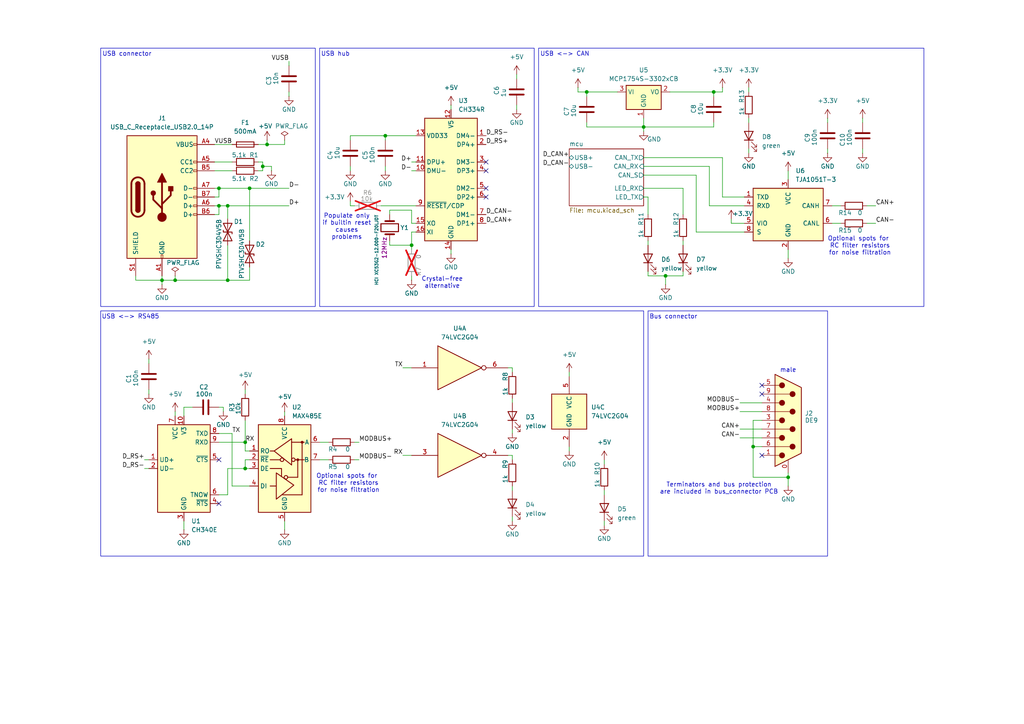
<source format=kicad_sch>
(kicad_sch (version 20250114) (generator "eeschema") (generator_version "9.0")
  (paper "A4")
  (lib_symbols
    (symbol "74xGxx:74LVC2G04"
      (property "Reference" "U" (at 0 7.62 0))
      (property "Value" "74LVC2G04" (at 2.54 -7.62 0))
      (symbol "74LVC2G04_1_1"
        (pin input line (at -15.24 0 0) (length 7.62) (name "~") (number "1"))
        (pin output inverted (at 12.7 0 180) (length 7.62) (name "~") (number "6"))
      )
      (symbol "74LVC2G04_2_1"
        (pin input line (at -15.24 0 0) (length 7.62) (name "~") (number "3"))
        (pin output inverted (at 12.7 0 180) (length 7.62) (name "~") (number "4"))
      )
      (symbol "74LVC2G04_3_1"
        (pin power_in line (at 0 10.16 270) (length 5.08) (name "VCC") (number "5"))
        (pin power_in line (at 0 -10.16 90) (length 5.08) (name "GND") (number "2"))
      )
    )
    (symbol "Connector:DE9_Pins_MountingHoles" (pin_names (offset 1.016) (hide yes))
      (property "Reference" "J" (at 0 16.51 0))
      (property "Value" "DE9_Pins_MountingHoles" (at 0 14.605 0))
      (symbol "DE9_Pins_MountingHoles_1_1"
        (pin passive line (at -7.62 10.16 0) (length 3.81) (name "5") (number "5"))
        (pin passive line (at -7.62 7.62 0) (length 3.81) (name "9") (number "9"))
        (pin passive line (at -7.62 5.08 0) (length 3.81) (name "4") (number "4"))
        (pin passive line (at -7.62 2.54 0) (length 3.81) (name "8") (number "8"))
        (pin passive line (at -7.62 0 0) (length 3.81) (name "3") (number "3"))
        (pin passive line (at -7.62 -2.54 0) (length 3.81) (name "7") (number "7"))
        (pin passive line (at -7.62 -5.08 0) (length 3.81) (name "2") (number "2"))
        (pin passive line (at -7.62 -7.62 0) (length 3.81) (name "6") (number "6"))
        (pin passive line (at -7.62 -10.16 0) (length 3.81) (name "1") (number "1"))
        (pin passive line (at 0 -15.24 90) (length 3.81) (name "PAD") (number "0"))
      )
    )
    (symbol "Connector:USB_C_Receptacle_USB2.0_14P" (pin_names (offset 1.016))
      (property "Reference" "J" (at 0 22.225 0))
      (property "Value" "USB_C_Receptacle_USB2.0_14P" (at 0 19.685 0))
      (symbol "USB_C_Receptacle_USB2.0_14P_1_1"
        (pin passive line (at -7.62 -22.86 90) (length 5.08) (name "SHIELD") (number "S1"))
        (pin passive line (at 0 -22.86 90) (length 5.08) (name "GND") (number "A1"))
        (pin passive line (at 0 -22.86 90) (length 5.08) (hide yes) (name "GND") (number "A12"))
        (pin passive line (at 0 -22.86 90) (length 5.08) (hide yes) (name "GND") (number "B1"))
        (pin passive line (at 0 -22.86 90) (length 5.08) (hide yes) (name "GND") (number "B12"))
        (pin passive line (at 15.24 15.24 180) (length 5.08) (name "VBUS") (number "A4"))
        (pin passive line (at 15.24 15.24 180) (length 5.08) (hide yes) (name "VBUS") (number "A9"))
        (pin passive line (at 15.24 15.24 180) (length 5.08) (hide yes) (name "VBUS") (number "B4"))
        (pin passive line (at 15.24 15.24 180) (length 5.08) (hide yes) (name "VBUS") (number "B9"))
        (pin bidirectional line (at 15.24 10.16 180) (length 5.08) (name "CC1") (number "A5"))
        (pin bidirectional line (at 15.24 7.62 180) (length 5.08) (name "CC2") (number "B5"))
        (pin bidirectional line (at 15.24 2.54 180) (length 5.08) (name "D-") (number "A7"))
        (pin bidirectional line (at 15.24 0 180) (length 5.08) (name "D-") (number "B7"))
        (pin bidirectional line (at 15.24 -2.54 180) (length 5.08) (name "D+") (number "A6"))
        (pin bidirectional line (at 15.24 -5.08 180) (length 5.08) (name "D+") (number "B6"))
      )
    )
    (symbol "Device:C" (pin_numbers (hide yes)) (pin_names (offset 0.254))
      (property "Reference" "C" (at 0.635 2.54 0))
      (property "Value" "C" (at 0.635 -2.54 0))
      (symbol "C_1_1"
        (pin passive line (at 0 3.81 270) (length 2.794) (name "~") (number "1"))
        (pin passive line (at 0 -3.81 90) (length 2.794) (name "~") (number "2"))
      )
    )
    (symbol "Device:Crystal" (pin_numbers (hide yes)) (pin_names (offset 1.016) (hide yes))
      (property "Reference" "Y" (at 0 3.81 0))
      (property "Value" "Crystal" (at 0 -3.81 0))
      (symbol "Crystal_1_1"
        (pin passive line (at -3.81 0 0) (length 1.27) (name "1") (number "1"))
        (pin passive line (at 3.81 0 180) (length 1.27) (name "2") (number "2"))
      )
    )
    (symbol "Device:D_TVS" (pin_numbers (hide yes)) (pin_names (offset 1.016) (hide yes))
      (property "Reference" "D" (at 0 2.54 0))
      (property "Value" "D_TVS" (at 0 -2.54 0))
      (symbol "D_TVS_1_1"
        (pin passive line (at -3.81 0 0) (length 2.54) (name "A1") (number "1"))
        (pin passive line (at 3.81 0 180) (length 2.54) (name "A2") (number "2"))
      )
    )
    (symbol "Device:Fuse" (pin_numbers (hide yes)) (pin_names (offset 0))
      (property "Reference" "F" (at 2.032 0 90))
      (property "Value" "Fuse" (at -1.905 0 90))
      (symbol "Fuse_1_1"
        (pin passive line (at 0 3.81 270) (length 1.27) (name "~") (number "1"))
        (pin passive line (at 0 -3.81 90) (length 1.27) (name "~") (number "2"))
      )
    )
    (symbol "Device:LED" (pin_numbers (hide yes)) (pin_names (offset 1.016) (hide yes))
      (property "Reference" "D" (at 0 2.54 0))
      (property "Value" "LED" (at 0 -2.54 0))
      (symbol "LED_1_1"
        (pin passive line (at -3.81 0 0) (length 2.54) (name "K") (number "1"))
        (pin passive line (at 3.81 0 180) (length 2.54) (name "A") (number "2"))
      )
    )
    (symbol "Device:R" (pin_numbers (hide yes)) (pin_names (offset 0))
      (property "Reference" "R" (at 2.032 0 90))
      (property "Value" "R" (at 0 0 90))
      (symbol "R_1_1"
        (pin passive line (at 0 3.81 270) (length 1.27) (name "~") (number "1"))
        (pin passive line (at 0 -3.81 90) (length 1.27) (name "~") (number "2"))
      )
    )
    (symbol "Interface_CAN_LIN:TJA1051T-3" (pin_names (offset 1.016))
      (property "Reference" "U" (at -10.16 8.89 0))
      (property "Value" "TJA1051T-3" (at 1.27 8.89 0))
      (symbol "TJA1051T-3_1_1"
        (pin input line (at -12.7 5.08 0) (length 2.54) (name "TXD") (number "1"))
        (pin output line (at -12.7 2.54 0) (length 2.54) (name "RXD") (number "4"))
        (pin power_in line (at -12.7 -2.54 0) (length 2.54) (name "VIO") (number "5"))
        (pin input line (at -12.7 -5.08 0) (length 2.54) (name "S") (number "8"))
        (pin power_in line (at 0 10.16 270) (length 2.54) (name "VCC") (number "3"))
        (pin power_in line (at 0 -10.16 90) (length 2.54) (name "GND") (number "2"))
        (pin bidirectional line (at 12.7 2.54 180) (length 2.54) (name "CANH") (number "7"))
        (pin bidirectional line (at 12.7 -2.54 180) (length 2.54) (name "CANL") (number "6"))
      )
    )
    (symbol "Interface_UART:MAX485E"
      (property "Reference" "U" (at -6.985 13.97 0))
      (property "Value" "MAX485E" (at 1.905 13.97 0))
      (symbol "MAX485E_1_1"
        (pin output line (at -10.16 5.08 0) (length 2.54) (name "RO") (number "1"))
        (pin input line (at -10.16 2.54 0) (length 2.54) (name "~{RE}") (number "2"))
        (pin input line (at -10.16 0 0) (length 2.54) (name "DE") (number "3"))
        (pin input line (at -10.16 -5.08 0) (length 2.54) (name "DI") (number "4"))
        (pin power_in line (at 0 15.24 270) (length 2.54) (name "VCC") (number "8"))
        (pin power_in line (at 0 -15.24 90) (length 2.54) (name "GND") (number "5"))
        (pin bidirectional line (at 10.16 7.62 180) (length 2.54) (name "A") (number "6"))
        (pin bidirectional line (at 10.16 2.54 180) (length 2.54) (name "B") (number "7"))
      )
    )
    (symbol "Interface_USB:CH334R"
      (property "Reference" "U" (at -7.62 20.32 0))
      (property "Value" "CH334R" (at 2.54 20.32 0))
      (symbol "CH334R_1_1"
        (pin passive line (at -10.16 12.7 0) (length 2.54) (name "VDD33") (number "13"))
        (pin bidirectional line (at -10.16 5.08 0) (length 2.54) (name "DPU+") (number "11"))
        (pin bidirectional line (at -10.16 2.54 0) (length 2.54) (name "DMU-") (number "10"))
        (pin input line (at -10.16 -7.62 0) (length 2.54) (name "~{RESET}/CDP") (number "9"))
        (pin passive line (at -10.16 -12.7 0) (length 2.54) (name "XO") (number "15"))
        (pin passive line (at -10.16 -15.24 0) (length 2.54) (name "XI") (number "16"))
        (pin power_in line (at 0 20.32 270) (length 2.54) (name "V5") (number "12"))
        (pin power_in line (at 0 -20.32 90) (length 2.54) (name "GND") (number "14"))
        (pin bidirectional line (at 10.16 12.7 180) (length 2.54) (name "DM4-") (number "1"))
        (pin bidirectional line (at 10.16 10.16 180) (length 2.54) (name "DP4+") (number "2"))
        (pin bidirectional line (at 10.16 5.08 180) (length 2.54) (name "DM3-") (number "3"))
        (pin bidirectional line (at 10.16 2.54 180) (length 2.54) (name "DP3+") (number "4"))
        (pin bidirectional line (at 10.16 -2.54 180) (length 2.54) (name "DM2-") (number "5"))
        (pin bidirectional line (at 10.16 -5.08 180) (length 2.54) (name "DP2+") (number "6"))
        (pin bidirectional line (at 10.16 -10.16 180) (length 2.54) (name "DM1-") (number "7"))
        (pin bidirectional line (at 10.16 -12.7 180) (length 2.54) (name "DP1+") (number "8"))
      )
    )
    (symbol "Interface_USB:CH340E"
      (property "Reference" "U" (at -5.08 13.97 0))
      (property "Value" "CH340E" (at 1.27 13.97 0))
      (symbol "CH340E_1_1"
        (pin bidirectional line (at -10.16 2.54 0) (length 2.54) (name "UD+") (number "1"))
        (pin bidirectional line (at -10.16 0 0) (length 2.54) (name "UD-") (number "2"))
        (pin power_in line (at -2.54 15.24 270) (length 2.54) (name "VCC") (number "7"))
        (pin power_out line (at 0 15.24 270) (length 2.54) (name "V3") (number "10"))
        (pin power_in line (at 0 -15.24 90) (length 2.54) (name "GND") (number "3"))
        (pin output line (at 10.16 10.16 180) (length 2.54) (name "TXD") (number "8"))
        (pin input line (at 10.16 7.62 180) (length 2.54) (name "RXD") (number "9"))
        (pin input line (at 10.16 2.54 180) (length 2.54) (name "~{CTS}") (number "5"))
        (pin output line (at 10.16 -7.62 180) (length 2.54) (name "TNOW") (number "6"))
        (pin output line (at 10.16 -10.16 180) (length 2.54) (name "~{RTS}") (number "4"))
      )
    )
    (symbol "Regulator_Linear:MCP1754S-3302xCB"
      (property "Reference" "U" (at -3.81 3.175 0))
      (property "Value" "MCP1754S-3302xCB" (at -0.635 3.175 0))
      (symbol "MCP1754S-3302xCB_1_1"
        (pin power_in line (at -7.62 0 0) (length 2.54) (name "VI") (number "3"))
        (pin power_in line (at 0 -7.62 90) (length 2.54) (name "GND") (number "1"))
        (pin power_out line (at 7.62 0 180) (length 2.54) (name "VO") (number "2"))
      )
    )
    (symbol "power:+3.3V" (power) (pin_numbers (hide yes)) (pin_names (offset 0) (hide yes))
      (property "Value" "+3.3V" (at 0 3.556 0))
      (symbol "+3.3V_1_1"
        (pin power_in line (at 0 0 90) (length 0) (name "~") (number "1"))
      )
    )
    (symbol "power:+5V" (power) (pin_numbers (hide yes)) (pin_names (offset 0) (hide yes))
      (property "Value" "+5V" (at 0 3.556 0))
      (symbol "+5V_1_1"
        (pin power_in line (at 0 0 90) (length 0) (name "~") (number "1"))
      )
    )
    (symbol "power:GND" (power) (pin_numbers (hide yes)) (pin_names (offset 0) (hide yes))
      (property "Value" "GND" (at 0 -3.81 0))
      (symbol "GND_1_1"
        (pin power_in line (at 0 0 270) (length 0) (name "~") (number "1"))
      )
    )
    (symbol "power:PWR_FLAG" (power) (pin_numbers (hide yes)) (pin_names (offset 0) (hide yes))
      (property "Value" "PWR_FLAG" (at 0 3.81 0))
      (symbol "PWR_FLAG_0_0"
        (pin power_out line (at 0 0 90) (length 0) (name "~") (number "1"))
      )
    )
  )
  (rectangle (start 29.21 13.97) (end 91.44 88.9))
  (rectangle (start 156.21 13.97) (end 267.97 88.9))
  (rectangle (start 29.21 90.17) (end 186.69 161.29))
  (rectangle (start 187.96 90.17) (end 240.03 161.29))
  (rectangle (start 92.71 13.97) (end 154.94 88.9))
  (text "Populate only\nif builtin reset\ncauses\nproblems" (at 100.584 65.786 0) (effects (font (size 1.27 1.27))))
  (text "Terminators and bus protection\nare included in bus_connector PCB" (at 208.534 141.732 0) (effects (font (size 1.27 1.27))))
  (text "USB <-> RS485" (at 37.846 91.948 0) (effects (font (size 1.27 1.27))))
  (text "Bus connector" (at 195.326 91.948 0) (effects (font (size 1.27 1.27))))
  (text "male" (at 228.6 107.442 0) (effects (font (size 1.27 1.27))))
  (text "Optional spots for \nRC filter resistors\nfor noise filtration" (at 101.092 140.208 0) (effects (font (size 1.27 1.27))))
  (text "USB <-> CAN" (at 163.83 15.748 0) (effects (font (size 1.27 1.27))))
  (text "Crystal-free\nalternative" (at 128.27 82.042 0) (effects (font (size 1.27 1.27))))
  (text "Optional spots for \nRC filter resistors\nfor noise filtration" (at 249.428 71.374 0) (effects (font (size 1.27 1.27))))
  (text "USB hub" (at 97.282 15.748 0) (effects (font (size 1.27 1.27))))
  (text "USB connector" (at 36.83 15.748 0) (effects (font (size 1.27 1.27))))
  (junction (at 71.12 128.27))
  (junction (at 218.44 129.54))
  (junction (at 66.04 81.28))
  (junction (at 207.01 26.67))
  (junction (at 72.39 54.61))
  (junction (at 186.69 36.83))
  (junction (at 63.5 54.61))
  (junction (at 228.6 138.43))
  (junction (at 71.12 135.89))
  (junction (at 170.18 26.67))
  (junction (at 76.2 48.26))
  (junction (at 119.38 71.12))
  (junction (at 50.8 81.28))
  (junction (at 66.04 59.69))
  (junction (at 63.5 59.69))
  (junction (at 46.99 81.28))
  (junction (at 111.76 39.37))
  (junction (at 77.47 41.91))
  (junction (at 193.04 80.01))
  (no_connect (at 140.97 49.53))
  (no_connect (at 140.97 46.99))
  (no_connect (at 140.97 54.61))
  (no_connect (at 63.5 133.35))
  (no_connect (at 140.97 57.15))
  (no_connect (at 63.5 146.05))
  (no_connect (at 220.98 132.08))
  (no_connect (at 220.98 111.76))
  (no_connect (at 220.98 114.3))
  (wire (pts (xy 251.46 59.69) (xy 254 59.69)))
  (wire (pts (xy 63.5 118.11) (xy 64.77 118.11)))
  (wire (pts (xy 62.23 49.53) (xy 67.31 49.53)))
  (wire (pts (xy 198.12 78.74) (xy 198.12 80.01)))
  (wire (pts (xy 83.82 26.67) (xy 83.82 27.94)))
  (wire (pts (xy 72.39 133.35) (xy 71.12 133.35)))
  (wire (pts (xy 92.71 128.27) (xy 95.25 128.27)))
  (wire (pts (xy 167.64 26.67) (xy 167.64 25.4)))
  (wire (pts (xy 62.23 46.99) (xy 67.31 46.99)))
  (wire (pts (xy 194.31 26.67) (xy 207.01 26.67)))
  (wire (pts (xy 50.8 81.28) (xy 46.99 81.28)))
  (wire (pts (xy 43.18 104.14) (xy 43.18 105.41)))
  (wire (pts (xy 74.93 49.53) (xy 76.2 49.53)))
  (wire (pts (xy 113.03 71.12) (xy 119.38 71.12)))
  (wire (pts (xy 186.69 36.83) (xy 207.01 36.83)))
  (wire (pts (xy 186.69 34.29) (xy 186.69 36.83)))
  (wire (pts (xy 209.55 57.15) (xy 215.9 57.15)))
  (wire (pts (xy 92.71 133.35) (xy 95.25 133.35)))
  (wire (pts (xy 66.04 135.89) (xy 66.04 143.51)))
  (wire (pts (xy 175.26 133.35) (xy 175.26 134.62)))
  (wire (pts (xy 82.55 40.64) (xy 82.55 41.91)))
  (wire (pts (xy 209.55 45.72) (xy 209.55 57.15)))
  (wire (pts (xy 148.59 124.46) (xy 148.59 125.73)))
  (wire (pts (xy 101.6 39.37) (xy 101.6 40.64)))
  (wire (pts (xy 250.19 34.29) (xy 250.19 35.56)))
  (wire (pts (xy 240.03 34.29) (xy 240.03 35.56)))
  (wire (pts (xy 119.38 71.12) (xy 119.38 72.39)))
  (wire (pts (xy 205.74 59.69) (xy 215.9 59.69)))
  (wire (pts (xy 214.63 119.38) (xy 220.98 119.38)))
  (wire (pts (xy 217.17 43.18) (xy 217.17 44.45)))
  (wire (pts (xy 175.26 151.13) (xy 175.26 152.4)))
  (wire (pts (xy 62.23 41.91) (xy 67.31 41.91)))
  (wire (pts (xy 250.19 43.18) (xy 250.19 44.45)))
  (wire (pts (xy 82.55 119.38) (xy 82.55 120.65)))
  (wire (pts (xy 77.47 41.91) (xy 77.47 40.64)))
  (wire (pts (xy 119.38 64.77) (xy 120.65 64.77)))
  (wire (pts (xy 228.6 138.43) (xy 228.6 140.97)))
  (wire (pts (xy 63.5 143.51) (xy 66.04 143.51)))
  (wire (pts (xy 71.12 130.81) (xy 72.39 130.81)))
  (wire (pts (xy 186.69 45.72) (xy 209.55 45.72)))
  (wire (pts (xy 187.96 57.15) (xy 187.96 62.23)))
  (wire (pts (xy 186.69 50.8) (xy 201.93 50.8)))
  (wire (pts (xy 76.2 49.53) (xy 76.2 48.26)))
  (wire (pts (xy 116.84 106.68) (xy 119.38 106.68)))
  (wire (pts (xy 170.18 36.83) (xy 186.69 36.83)))
  (wire (pts (xy 207.01 35.56) (xy 207.01 36.83)))
  (wire (pts (xy 62.23 62.23) (xy 63.5 62.23)))
  (wire (pts (xy 220.98 121.92) (xy 218.44 121.92)))
  (wire (pts (xy 186.69 36.83) (xy 186.69 38.1)))
  (wire (pts (xy 165.1 129.54) (xy 165.1 130.81)))
  (wire (pts (xy 116.84 132.08) (xy 119.38 132.08)))
  (wire (pts (xy 251.46 64.77) (xy 254 64.77)))
  (wire (pts (xy 187.96 80.01) (xy 193.04 80.01)))
  (wire (pts (xy 149.86 30.48) (xy 149.86 31.75)))
  (wire (pts (xy 217.17 34.29) (xy 217.17 35.56)))
  (wire (pts (xy 83.82 17.78) (xy 83.82 19.05)))
  (wire (pts (xy 53.34 120.65) (xy 53.34 118.11)))
  (wire (pts (xy 165.1 107.95) (xy 165.1 109.22)))
  (wire (pts (xy 207.01 26.67) (xy 209.55 26.67)))
  (wire (pts (xy 63.5 128.27) (xy 71.12 128.27)))
  (wire (pts (xy 53.34 118.11) (xy 55.88 118.11)))
  (wire (pts (xy 41.91 135.89) (xy 43.18 135.89)))
  (wire (pts (xy 71.12 121.92) (xy 71.12 128.27)))
  (wire (pts (xy 66.04 59.69) (xy 83.82 59.69)))
  (wire (pts (xy 72.39 54.61) (xy 72.39 69.85)))
  (wire (pts (xy 71.12 113.03) (xy 71.12 114.3)))
  (wire (pts (xy 186.69 57.15) (xy 187.96 57.15)))
  (wire (pts (xy 101.6 48.26) (xy 101.6 49.53)))
  (wire (pts (xy 228.6 72.39) (xy 228.6 74.93)))
  (wire (pts (xy 113.03 69.85) (xy 113.03 71.12)))
  (wire (pts (xy 102.87 133.35) (xy 104.14 133.35)))
  (wire (pts (xy 46.99 81.28) (xy 46.99 82.55)))
  (wire (pts (xy 71.12 128.27) (xy 71.12 130.81)))
  (wire (pts (xy 63.5 54.61) (xy 63.5 57.15)))
  (wire (pts (xy 119.38 46.99) (xy 120.65 46.99)))
  (wire (pts (xy 50.8 80.01) (xy 50.8 81.28)))
  (wire (pts (xy 71.12 135.89) (xy 72.39 135.89)))
  (wire (pts (xy 62.23 54.61) (xy 63.5 54.61)))
  (wire (pts (xy 41.91 133.35) (xy 43.18 133.35)))
  (wire (pts (xy 148.59 140.97) (xy 148.59 142.24)))
  (wire (pts (xy 78.74 48.26) (xy 78.74 49.53)))
  (wire (pts (xy 101.6 59.69) (xy 102.87 59.69)))
  (wire (pts (xy 63.5 54.61) (xy 72.39 54.61)))
  (wire (pts (xy 241.3 64.77) (xy 243.84 64.77)))
  (wire (pts (xy 215.9 64.77) (xy 212.09 64.77)))
  (wire (pts (xy 205.74 48.26) (xy 205.74 59.69)))
  (wire (pts (xy 53.34 151.13) (xy 53.34 153.67)))
  (wire (pts (xy 214.63 116.84) (xy 220.98 116.84)))
  (wire (pts (xy 39.37 80.01) (xy 39.37 81.28)))
  (wire (pts (xy 66.04 81.28) (xy 50.8 81.28)))
  (wire (pts (xy 207.01 26.67) (xy 207.01 27.94)))
  (wire (pts (xy 72.39 77.47) (xy 72.39 81.28)))
  (wire (pts (xy 193.04 80.01) (xy 193.04 82.55)))
  (wire (pts (xy 67.31 140.97) (xy 72.39 140.97)))
  (wire (pts (xy 186.69 54.61) (xy 198.12 54.61)))
  (wire (pts (xy 187.96 69.85) (xy 187.96 71.12)))
  (wire (pts (xy 148.59 106.68) (xy 148.59 107.95)))
  (wire (pts (xy 212.09 64.77) (xy 212.09 63.5)))
  (wire (pts (xy 218.44 138.43) (xy 218.44 129.54)))
  (wire (pts (xy 179.07 26.67) (xy 170.18 26.67)))
  (wire (pts (xy 130.81 30.48) (xy 130.81 31.75)))
  (wire (pts (xy 148.59 115.57) (xy 148.59 116.84)))
  (wire (pts (xy 76.2 48.26) (xy 78.74 48.26)))
  (wire (pts (xy 74.93 46.99) (xy 76.2 46.99)))
  (wire (pts (xy 119.38 80.01) (xy 119.38 81.28)))
  (wire (pts (xy 113.03 60.96) (xy 119.38 60.96)))
  (wire (pts (xy 62.23 59.69) (xy 63.5 59.69)))
  (wire (pts (xy 102.87 128.27) (xy 104.14 128.27)))
  (wire (pts (xy 130.81 72.39) (xy 130.81 73.66)))
  (wire (pts (xy 64.77 118.11) (xy 64.77 119.38)))
  (wire (pts (xy 201.93 50.8) (xy 201.93 67.31)))
  (wire (pts (xy 76.2 46.99) (xy 76.2 48.26)))
  (wire (pts (xy 218.44 121.92) (xy 218.44 129.54)))
  (wire (pts (xy 187.96 78.74) (xy 187.96 80.01)))
  (wire (pts (xy 63.5 59.69) (xy 63.5 62.23)))
  (wire (pts (xy 111.76 39.37) (xy 111.76 40.64)))
  (wire (pts (xy 66.04 135.89) (xy 71.12 135.89)))
  (wire (pts (xy 175.26 142.24) (xy 175.26 143.51)))
  (wire (pts (xy 170.18 35.56) (xy 170.18 36.83)))
  (wire (pts (xy 201.93 67.31) (xy 215.9 67.31)))
  (wire (pts (xy 63.5 59.69) (xy 66.04 59.69)))
  (wire (pts (xy 198.12 69.85) (xy 198.12 71.12)))
  (wire (pts (xy 71.12 133.35) (xy 71.12 135.89)))
  (wire (pts (xy 110.49 59.69) (xy 120.65 59.69)))
  (wire (pts (xy 39.37 81.28) (xy 46.99 81.28)))
  (wire (pts (xy 62.23 57.15) (xy 63.5 57.15)))
  (wire (pts (xy 240.03 43.18) (xy 240.03 44.45)))
  (wire (pts (xy 66.04 59.69) (xy 66.04 63.5)))
  (wire (pts (xy 111.76 39.37) (xy 120.65 39.37)))
  (wire (pts (xy 218.44 129.54) (xy 220.98 129.54)))
  (wire (pts (xy 119.38 67.31) (xy 120.65 67.31)))
  (wire (pts (xy 193.04 80.01) (xy 198.12 80.01)))
  (wire (pts (xy 113.03 62.23) (xy 113.03 60.96)))
  (wire (pts (xy 50.8 119.38) (xy 50.8 120.65)))
  (wire (pts (xy 67.31 125.73) (xy 67.31 140.97)))
  (wire (pts (xy 241.3 59.69) (xy 243.84 59.69)))
  (wire (pts (xy 217.17 25.4) (xy 217.17 26.67)))
  (wire (pts (xy 228.6 137.16) (xy 228.6 138.43)))
  (wire (pts (xy 228.6 49.53) (xy 228.6 52.07)))
  (wire (pts (xy 72.39 54.61) (xy 83.82 54.61)))
  (wire (pts (xy 214.63 124.46) (xy 220.98 124.46)))
  (wire (pts (xy 74.93 41.91) (xy 77.47 41.91)))
  (wire (pts (xy 148.59 149.86) (xy 148.59 151.13)))
  (wire (pts (xy 82.55 151.13) (xy 82.55 153.67)))
  (wire (pts (xy 111.76 48.26) (xy 111.76 49.53)))
  (wire (pts (xy 101.6 39.37) (xy 111.76 39.37)))
  (wire (pts (xy 46.99 80.01) (xy 46.99 81.28)))
  (wire (pts (xy 77.47 41.91) (xy 82.55 41.91)))
  (wire (pts (xy 119.38 49.53) (xy 120.65 49.53)))
  (wire (pts (xy 149.86 21.59) (xy 149.86 22.86)))
  (wire (pts (xy 214.63 127) (xy 220.98 127)))
  (wire (pts (xy 147.32 132.08) (xy 148.59 132.08)))
  (wire (pts (xy 209.55 26.67) (xy 209.55 25.4)))
  (wire (pts (xy 119.38 71.12) (xy 119.38 67.31)))
  (wire (pts (xy 43.18 113.03) (xy 43.18 114.3)))
  (wire (pts (xy 198.12 54.61) (xy 198.12 62.23)))
  (wire (pts (xy 66.04 71.12) (xy 66.04 81.28)))
  (wire (pts (xy 63.5 125.73) (xy 67.31 125.73)))
  (wire (pts (xy 148.59 132.08) (xy 148.59 133.35)))
  (wire (pts (xy 101.6 58.42) (xy 101.6 59.69)))
  (wire (pts (xy 170.18 26.67) (xy 167.64 26.67)))
  (wire (pts (xy 119.38 60.96) (xy 119.38 64.77)))
  (wire (pts (xy 228.6 138.43) (xy 218.44 138.43)))
  (wire (pts (xy 186.69 48.26) (xy 205.74 48.26)))
  (wire (pts (xy 147.32 106.68) (xy 148.59 106.68)))
  (wire (pts (xy 170.18 26.67) (xy 170.18 27.94)))
  (wire (pts (xy 72.39 81.28) (xy 66.04 81.28)))
  (label "CAN+" (at 214.63 124.46 180))
  (label "D_RS-" (at 140.97 39.37 0))
  (label "TX" (at 67.31 125.73 0))
  (label "D+" (at 83.82 59.69 0))
  (label "D_RS-" (at 41.91 135.89 180))
  (label "RX" (at 71.12 128.27 0))
  (label "D-" (at 119.38 49.53 180))
  (label "MODBUS+" (at 104.14 128.27 0))
  (label "CAN-" (at 254 64.77 0))
  (label "CAN+" (at 254 59.69 0))
  (label "MODBUS-" (at 104.14 133.35 0))
  (label "RX" (at 116.84 132.08 180))
  (label "D_RS+" (at 41.91 133.35 180))
  (label "D_RS+" (at 140.97 41.91 0))
  (label "D+" (at 119.38 46.99 180))
  (label "D_CAN+" (at 140.97 64.77 0))
  (label "D_CAN-" (at 140.97 62.23 0))
  (label "TX" (at 116.84 106.68 180))
  (label "MODBUS+" (at 214.63 119.38 180))
  (label "CAN-" (at 214.63 127 180))
  (label "MODBUS-" (at 214.63 116.84 180))
  (label "VUSB" (at 67.31 41.91 180))
  (label "VUSB" (at 83.82 17.78 180))
  (label "D_CAN-" (at 165.1 48.26 180))
  (label "D-" (at 83.82 54.61 0))
  (label "D_CAN+" (at 165.1 45.72 180))
  (symbol (lib_id "power:+5V") (at 50.8 119.38 0) (unit 1)
    (property "Reference" "#PWR04" (effects (hide yes)))
    (property "Value" "+5V" (at 50.8 114.3 0))
    (property "Description" "Power symbol creates a global label with name \"+5V\"" (effects (hide yes)))
  )
  (symbol (lib_id "74xGxx:74LVC2G04") (at 134.62 106.68 0) (unit 1)
    (property "Reference" "U4" (at 133.35 95.25 0))
    (property "Value" "74LVC2G04" (at 133.35 97.79 0))
    (property "Footprint" "Package_TO_SOT_SMD:SOT-23-6" (effects (hide yes)))
    (property "Datasheet" "\\datasheets\\74LVC2G04.pdf" (effects (hide yes)))
    (property "Description" "Dual NOT Gate, Low-Voltage CMOS" (effects (hide yes)))
    (property "LCSC" "https://www.lcsc.com/product-detail/C19829596.html?s_z=n_74LVC2G04" (effects (hide yes)))
  )
  (symbol (lib_id "power:GND") (at 46.99 82.55 0) (unit 1)
    (property "Reference" "#PWR03" (effects (hide yes)))
    (property "Value" "GND" (at 46.99 86.36 0))
    (property "Description" "Power symbol creates a global label with name \"GND\" , ground" (effects (hide yes)))
  )
  (symbol (lib_id "power:+3.3V") (at 209.55 25.4 0) (unit 1)
    (property "Reference" "#PWR030" (effects (hide yes)))
    (property "Value" "+3.3V" (at 209.55 20.32 0))
    (property "Description" "Power symbol creates a global label with name \"+3.3V\"" (effects (hide yes)))
  )
  (symbol (lib_id "Device:C") (at 59.69 118.11 90) (unit 1)
    (property "Reference" "C2" (at 60.452 112.268 90) (effects (justify left)))
    (property "Value" "100n" (at 61.7219 114.3 90) (effects (justify left)))
    (property "Footprint" "Capacitor_SMD:C_0603_1608Metric" (effects (hide yes)))
    (property "Description" "Unpolarized capacitor" (effects (hide yes)))
    (property "LCSC" "https://www.lcsc.com/product-detail/C66501.html" (effects (hide yes)))
  )
  (symbol (lib_id "Device:C") (at 170.18 31.75 180) (unit 1)
    (property "Reference" "C7" (at 164.338 30.988 90) (effects (justify left)))
    (property "Value" "10u" (at 166.37 30.226 90) (effects (justify left)))
    (property "Footprint" "Capacitor_SMD:C_0603_1608Metric" (effects (hide yes)))
    (property "Description" "Unpolarized capacitor" (effects (hide yes)))
    (property "LCSC" "https://www.lcsc.com/product-detail/C92487.html" (effects (hide yes)))
  )
  (symbol (lib_id "power:GND") (at 186.69 38.1 0) (unit 1)
    (property "Reference" "#PWR028" (effects (hide yes)))
    (property "Value" "GND" (at 189.738 40.386 0))
    (property "Description" "Power symbol creates a global label with name \"GND\" , ground" (effects (hide yes)))
  )
  (symbol (lib_id "power:GND") (at 228.6 140.97 0) (unit 1)
    (property "Reference" "#PWR036" (effects (hide yes)))
    (property "Value" "GND" (at 228.6 144.78 0))
    (property "Description" "Power symbol creates a global label with name \"GND\" , ground" (effects (hide yes)))
  )
  (symbol (lib_id "power:PWR_FLAG") (at 50.8 80.01 0) (unit 1)
    (property "Reference" "#FLG01" (effects (hide yes)))
    (property "Value" "PWR_FLAG" (at 53.086 76.2 0))
    (property "Description" "Special symbol for telling ERC where power comes from" (effects (hide yes)))
  )
  (symbol (lib_id "Device:C") (at 111.76 44.45 180) (unit 1)
    (property "Reference" "C5" (at 105.918 43.688 90) (effects (justify left)))
    (property "Value" "100n" (at 107.95 42.4181 90) (effects (justify left)))
    (property "Footprint" "Capacitor_SMD:C_0603_1608Metric" (effects (hide yes)))
    (property "Description" "Unpolarized capacitor" (effects (hide yes)))
    (property "LCSC" "https://www.lcsc.com/product-detail/C66501.html" (effects (hide yes)))
  )
  (symbol (lib_id "Device:D_TVS") (at 72.39 73.66 90) (unit 1)
    (property "Reference" "D2" (at 74.168 70.866 90) (effects (justify right)))
    (property "Value" "PTVSHC3D4V5B" (at 70.104 66.294 0) (effects (justify right)))
    (property "Footprint" "Diode_SMD:D_SOD-323" (effects (hide yes)))
    (property "Datasheet" "\\datasheets\\1810251317_Shanghai-Prisemi-Elec-PTVSHC3D4V5B_C110752.pdf" (effects (hide yes)))
    (property "Description" "Bidirectional transient-voltage-suppression diode" (effects (hide yes)))
    (property "LCSC" "https://www.lcsc.com/product-detail/C110752.html?s_z=n_PTVSHC3D4V5B" (effects (hide yes)))
  )
  (symbol (lib_id "power:GND") (at 250.19 44.45 0) (unit 1)
    (property "Reference" "#PWR040" (effects (hide yes)))
    (property "Value" "GND" (at 250.19 48.26 0))
    (property "Description" "Power symbol creates a global label with name \"GND\" , ground" (effects (hide yes)))
  )
  (symbol (lib_id "power:+3.3V") (at 217.17 25.4 0) (unit 1)
    (property "Reference" "#PWR032" (effects (hide yes)))
    (property "Value" "+3.3V" (at 217.17 20.32 0))
    (property "Description" "Power symbol creates a global label with name \"+3.3V\"" (effects (hide yes)))
  )
  (symbol (lib_id "power:+5V") (at 228.6 49.53 0) (unit 1)
    (property "Reference" "#PWR034" (effects (hide yes)))
    (property "Value" "+5V" (at 228.6 44.45 0))
    (property "Description" "Power symbol creates a global label with name \"+5V\"" (effects (hide yes)))
  )
  (symbol (lib_id "power:GND") (at 193.04 82.55 0) (unit 1)
    (property "Reference" "#PWR029" (effects (hide yes)))
    (property "Value" "GND" (at 193.04 86.36 0))
    (property "Description" "Power symbol creates a global label with name \"GND\" , ground" (effects (hide yes)))
  )
  (symbol (lib_id "Device:C") (at 207.01 31.75 180) (unit 1)
    (property "Reference" "C8" (at 201.168 30.226 90) (effects (justify left)))
    (property "Value" "10u" (at 203.2 29.7181 90) (effects (justify left)))
    (property "Footprint" "Capacitor_SMD:C_0603_1608Metric" (effects (hide yes)))
    (property "Description" "Unpolarized capacitor" (effects (hide yes)))
    (property "LCSC" "https://www.lcsc.com/product-detail/C92487.html" (effects (hide yes)))
  )
  (symbol (lib_id "Device:R") (at 198.12 66.04 180) (unit 1)
    (property "Reference" "R12" (at 196.088 63.5 90))
    (property "Value" "1k" (at 196.088 67.818 90))
    (property "Footprint" "Resistor_SMD:R_0603_1608Metric" (effects (hide yes)))
    (property "Description" "Resistor" (effects (hide yes)))
    (property "LCSC" "https://www.lcsc.com/product-detail/C22548.html" (effects (hide yes)))
  )
  (symbol (lib_id "Device:R") (at 99.06 133.35 270) (unit 1)
    (property "Reference" "R5" (at 96.52 135.382 90))
    (property "Value" "0" (at 100.838 135.382 90))
    (property "Footprint" "Resistor_SMD:R_0603_1608Metric" (effects (hide yes)))
    (property "Description" "Resistor" (effects (hide yes)))
    (property "LCSC" "https://www.lcsc.com/product-detail/C95177.html" (effects (hide yes)))
  )
  (symbol (lib_id "power:+3.3V") (at 212.09 63.5 0) (unit 1)
    (property "Reference" "#PWR031" (effects (hide yes)))
    (property "Value" "+3.3V" (at 215.392 61.976 0))
    (property "Description" "Power symbol creates a global label with name \"+3.3V\"" (effects (hide yes)))
  )
  (symbol (lib_id "Device:Crystal") (at 113.03 66.04 270) (unit 1)
    (property "Reference" "Y1" (at 116.078 66.04 90) (effects (justify left)))
    (property "Value" "HCI XC53G2-12.000-F20LJDT" (at 109.22 62.23 0) (effects (font (size 0.889 0.889)) (justify left)))
    (property "Footprint" "Crystal:Crystal_SMD_5032-2Pin_5.0x3.2mm" (effects (hide yes)))
    (property "Datasheet" "\\datasheets\\HCI XC53G2-12.000-F20LJDT.pdf" (effects (hide yes)))
    (property "Description" "Two pin crystal" (effects (hide yes)))
    (property "LCSC" "https://www.lcsc.com/product-detail/C2842275.html?s_z=n_HCI%2520XC53G2-12.000-F20LJDT" (effects (hide yes)))
    (property "Freq" "12MHz" (at 111.506 71.882 0))
  )
  (symbol (lib_id "Interface_USB:CH340E") (at 53.34 135.89 0) (unit 1)
    (property "Reference" "U1" (at 55.4833 151.13 0) (effects (justify left)))
    (property "Value" "CH340E" (at 55.4833 153.67 0) (effects (justify left)))
    (property "Footprint" "Package_SO:MSOP-10_3x3mm_P0.5mm" (effects (hide yes)))
    (property "Datasheet" "\\datasheets\\35227cpdata.pdf" (effects (hide yes)))
    (property "Description" "USB serial converter, UART, MSOP-10" (effects (hide yes)))
    (property "LCSC" "https://www.lcsc.com/product-detail/C99652.html?s_z=n_ch340e" (effects (hide yes)))
  )
  (symbol (lib_id "Device:C") (at 149.86 26.67 180) (unit 1)
    (property "Reference" "C6" (at 144.018 24.892 90) (effects (justify left)))
    (property "Value" "1u" (at 146.05 25.654 90) (effects (justify left)))
    (property "Footprint" "Capacitor_SMD:C_0603_1608Metric" (effects (hide yes)))
    (property "Description" "Unpolarized capacitor" (effects (hide yes)))
    (property "LCSC" "https://www.lcsc.com/product-detail/C1592.html" (effects (hide yes)))
  )
  (symbol (lib_id "power:GND") (at 83.82 27.94 0) (unit 1)
    (property "Reference" "#PWR012" (effects (hide yes)))
    (property "Value" "GND" (at 83.82 31.75 0))
    (property "Description" "Power symbol creates a global label with name \"GND\" , ground" (effects (hide yes)))
  )
  (symbol (lib_id "Device:R") (at 217.17 30.48 180) (unit 1)
    (property "Reference" "R13" (at 215.138 27.94 90))
    (property "Value" "1k" (at 215.138 32.258 90))
    (property "Footprint" "Resistor_SMD:R_0603_1608Metric" (effects (hide yes)))
    (property "Description" "Resistor" (effects (hide yes)))
    (property "LCSC" "https://www.lcsc.com/product-detail/C22548.html" (effects (hide yes)))
  )
  (symbol (lib_id "Device:R") (at 148.59 137.16 180) (unit 1)
    (property "Reference" "R9" (at 146.558 134.62 90))
    (property "Value" "1k" (at 146.558 138.938 90))
    (property "Footprint" "Resistor_SMD:R_0603_1608Metric" (effects (hide yes)))
    (property "Description" "Resistor" (effects (hide yes)))
    (property "LCSC" "https://www.lcsc.com/product-detail/C22548.html" (effects (hide yes)))
  )
  (symbol (lib_id "Device:R") (at 99.06 128.27 270) (unit 1)
    (property "Reference" "R4" (at 96.52 130.302 90))
    (property "Value" "0" (at 100.838 130.302 90))
    (property "Footprint" "Resistor_SMD:R_0603_1608Metric" (effects (hide yes)))
    (property "Description" "Resistor" (effects (hide yes)))
    (property "LCSC" "https://www.lcsc.com/product-detail/C95177.html" (effects (hide yes)))
  )
  (symbol (lib_id "power:GND") (at 175.26 152.4 0) (unit 1)
    (property "Reference" "#PWR027" (effects (hide yes)))
    (property "Value" "GND" (at 175.26 156.21 0))
    (property "Description" "Power symbol creates a global label with name \"GND\" , ground" (effects (hide yes)))
  )
  (symbol (lib_id "Device:LED") (at 198.12 74.93 90) (unit 1)
    (property "Reference" "D7" (at 201.93 75.2474 90) (effects (justify right)))
    (property "Value" "yellow" (at 201.93 77.7874 90) (effects (justify right)))
    (property "Footprint" "LED_SMD:LED_0603_1608Metric" (effects (hide yes)))
    (property "Description" "Light emitting diode" (effects (hide yes)))
    (property "Sim.Pins" "1=K 2=A" (effects (hide yes)))
    (property "LCSC" "https://www.lcsc.com/product-detail/C72038.html" (effects (hide yes)))
  )
  (symbol (lib_id "power:+3.3V") (at 240.03 34.29 0) (unit 1)
    (property "Reference" "#PWR037" (effects (hide yes)))
    (property "Value" "+3.3V" (at 240.03 29.21 0))
    (property "Description" "Power symbol creates a global label with name \"+3.3V\"" (effects (hide yes)))
  )
  (symbol (lib_id "Device:R") (at 106.68 59.69 270) (unit 1) (dnp yes)
    (property "Reference" "R6" (at 107.95 55.88 90) (effects (justify right)))
    (property "Value" "10k" (at 108.204 57.658 90) (effects (justify right)))
    (property "Footprint" "Resistor_SMD:R_0603_1608Metric" (effects (hide yes)))
    (property "Description" "Resistor" (effects (hide yes)))
    (property "LCSC" "https://www.lcsc.com/product-detail/C98220.html" (effects (hide yes)))
  )
  (symbol (lib_id "Device:R") (at 247.65 59.69 270) (unit 1)
    (property "Reference" "R14" (at 245.11 61.722 90))
    (property "Value" "0" (at 249.428 61.722 90))
    (property "Footprint" "Resistor_SMD:R_0603_1608Metric" (effects (hide yes)))
    (property "Description" "Resistor" (effects (hide yes)))
    (property "LCSC" "https://www.lcsc.com/product-detail/C95177.html" (effects (hide yes)))
  )
  (symbol (lib_id "power:GND") (at 228.6 74.93 0) (unit 1)
    (property "Reference" "#PWR035" (effects (hide yes)))
    (property "Value" "GND" (at 228.6 78.74 0))
    (property "Description" "Power symbol creates a global label with name \"GND\" , ground" (effects (hide yes)))
  )
  (symbol (lib_id "power:+5V") (at 130.81 30.48 0) (unit 1)
    (property "Reference" "#PWR017" (effects (hide yes)))
    (property "Value" "+5V" (at 130.81 25.4 0))
    (property "Description" "Power symbol creates a global label with name \"+5V\"" (effects (hide yes)))
  )
  (symbol (lib_id "Device:R") (at 247.65 64.77 270) (unit 1)
    (property "Reference" "R15" (at 245.11 66.802 90))
    (property "Value" "0" (at 249.428 66.802 90))
    (property "Footprint" "Resistor_SMD:R_0603_1608Metric" (effects (hide yes)))
    (property "Description" "Resistor" (effects (hide yes)))
    (property "LCSC" "https://www.lcsc.com/product-detail/C95177.html" (effects (hide yes)))
  )
  (symbol (lib_id "power:GND") (at 149.86 31.75 0) (unit 1)
    (property "Reference" "#PWR022" (effects (hide yes)))
    (property "Value" "GND" (at 149.86 35.56 0))
    (property "Description" "Power symbol creates a global label with name \"GND\" , ground" (effects (hide yes)))
  )
  (symbol (lib_id "power:GND") (at 148.59 125.73 0) (unit 1)
    (property "Reference" "#PWR019" (effects (hide yes)))
    (property "Value" "GND" (at 148.59 129.54 0))
    (property "Description" "Power symbol creates a global label with name \"GND\" , ground" (effects (hide yes)))
  )
  (symbol (lib_id "power:GND") (at 165.1 130.81 0) (unit 1)
    (property "Reference" "#PWR024" (effects (hide yes)))
    (property "Value" "GND" (at 165.1 134.62 0))
    (property "Description" "Power symbol creates a global label with name \"GND\" , ground" (effects (hide yes)))
  )
  (symbol (lib_id "Device:LED") (at 148.59 146.05 90) (unit 1)
    (property "Reference" "D4" (at 152.4 146.3674 90) (effects (justify right)))
    (property "Value" "yellow" (at 152.4 148.9074 90) (effects (justify right)))
    (property "Footprint" "LED_SMD:LED_0603_1608Metric" (effects (hide yes)))
    (property "Description" "Light emitting diode" (effects (hide yes)))
    (property "Sim.Pins" "1=K 2=A" (effects (hide yes)))
    (property "LCSC" "https://www.lcsc.com/product-detail/C72038.html" (effects (hide yes)))
  )
  (symbol (lib_id "Interface_USB:CH334R") (at 130.81 52.07 0) (unit 1)
    (property "Reference" "U3" (at 132.9533 29.21 0) (effects (justify left)))
    (property "Value" "CH334R" (at 132.9533 31.75 0) (effects (justify left)))
    (property "Footprint" "Package_SO:QSOP-16_3.9x4.9mm_P0.635mm" (effects (hide yes)))
    (property "Datasheet" "\\datasheets\\CH334DS1.PDF" (effects (hide yes)))
    (property "Description" "USB HUB controller, UART, QSOP-16" (effects (hide yes)))
    (property "LCSC" "https://www.lcsc.com/product-detail/C4154405.html?s_z=n_ch334r%2520" (effects (hide yes)))
  )
  (symbol (lib_id "Device:R") (at 119.38 76.2 0) (unit 1) (dnp yes)
    (property "Reference" "R7" (at 121.412 78.74 90))
    (property "Value" "0" (at 121.412 74.422 90))
    (property "Footprint" "Resistor_SMD:R_0603_1608Metric" (effects (hide yes)))
    (property "Description" "Resistor" (effects (hide yes)))
    (property "LCSC" "https://www.lcsc.com/product-detail/C95177.html" (effects (hide yes)))
  )
  (symbol (lib_id "Device:D_TVS") (at 66.04 67.31 90) (unit 1)
    (property "Reference" "D1" (at 67.818 64.262 90) (effects (justify right)))
    (property "Value" "PTVSHC3D4V5B" (at 63.5 63.5 0) (effects (justify right)))
    (property "Footprint" "Diode_SMD:D_SOD-323" (effects (hide yes)))
    (property "Datasheet" "\\datasheets\\1810251317_Shanghai-Prisemi-Elec-PTVSHC3D4V5B_C110752.pdf" (effects (hide yes)))
    (property "Description" "Bidirectional transient-voltage-suppression diode" (effects (hide yes)))
    (property "LCSC" "https://www.lcsc.com/product-detail/C110752.html?s_z=n_PTVSHC3D4V5B" (effects (hide yes)))
  )
  (symbol (lib_id "Device:R") (at 71.12 49.53 90) (unit 1)
    (property "Reference" "R2" (at 73.66 51.816 90))
    (property "Value" "5.1k" (at 69.342 51.816 90))
    (property "Footprint" "Resistor_SMD:R_0603_1608Metric" (effects (hide yes)))
    (property "Description" "Resistor" (effects (hide yes)))
    (property "LCSC" "https://www.lcsc.com/product-detail/C2907044.html" (effects (hide yes)))
  )
  (symbol (lib_id "power:GND") (at 119.38 81.28 0) (unit 1)
    (property "Reference" "#PWR016" (effects (hide yes)))
    (property "Value" "GND" (at 119.38 85.09 0))
    (property "Description" "Power symbol creates a global label with name \"GND\" , ground" (effects (hide yes)))
  )
  (symbol (lib_id "Device:C") (at 250.19 39.37 180) (unit 1)
    (property "Reference" "C10" (at 244.348 38.608 90) (effects (justify left)))
    (property "Value" "100n" (at 246.38 37.3381 90) (effects (justify left)))
    (property "Footprint" "Capacitor_SMD:C_0603_1608Metric" (effects (hide yes)))
    (property "Description" "Unpolarized capacitor" (effects (hide yes)))
    (property "LCSC" "https://www.lcsc.com/product-detail/C66501.html" (effects (hide yes)))
  )
  (symbol (lib_id "Device:R") (at 71.12 118.11 0) (unit 1)
    (property "Reference" "R3" (at 67.31 116.84 90) (effects (justify right)))
    (property "Value" "10k" (at 69.088 116.586 90) (effects (justify right)))
    (property "Footprint" "Resistor_SMD:R_0603_1608Metric" (effects (hide yes)))
    (property "Description" "Resistor" (effects (hide yes)))
    (property "LCSC" "https://www.lcsc.com/product-detail/C98220.html" (effects (hide yes)))
  )
  (symbol (lib_id "Regulator_Linear:MCP1754S-3302xCB") (at 186.69 26.67 0) (unit 1)
    (property "Reference" "U5" (at 186.69 20.32 0))
    (property "Value" "MCP1754S-3302xCB" (at 186.69 22.86 0))
    (property "Footprint" "Package_TO_SOT_SMD:SOT-23" (effects (hide yes)))
    (property "Datasheet" "\\datasheets\\20002276C.pdf" (effects (hide yes)))
    (property "Description" "Fixed 150mA Low Dropout Voltage Regulator, Positive, 3.3V output, SOT-23" (effects (hide yes)))
    (property "LCSC" "https://www.lcsc.com/product-detail/C625392.html?s_z=n_MCP1754S-3302xCB" (effects (hide yes)))
  )
  (symbol (lib_id "Interface_UART:MAX485E") (at 82.55 135.89 0) (unit 1)
    (property "Reference" "U2" (at 84.6933 118.11 0) (effects (justify left)))
    (property "Value" "MAX485E" (at 84.6933 120.65 0) (effects (justify left)))
    (property "Footprint" "Package_SO:SOIC-8_3.9x4.9mm_P1.27mm" (effects (hide yes)))
    (property "Datasheet" "\\datasheets\\max1487e-max491e.pdf" (effects (hide yes)))
    (property "Description" "Half duplex RS-485/RS-422, 2.5 Mbps, ±15kV electro-static discharge (ESD) protection, no slew-rate, no low-power shutdown, with receiver/driver enable, 32 receiver drive capability, DIP-8 and SOIC-8" (effects (hide yes)))
    (property "LCSC" "https://www.lcsc.com/product-detail/C481667.html?s_z=n_max485e" (effects (hide yes)))
  )
  (symbol (lib_id "Device:R") (at 71.12 46.99 90) (unit 1)
    (property "Reference" "R1" (at 73.66 44.958 90))
    (property "Value" "5.1k" (at 69.342 44.958 90))
    (property "Footprint" "Resistor_SMD:R_0603_1608Metric" (effects (hide yes)))
    (property "Description" "Resistor" (effects (hide yes)))
    (property "LCSC" "https://www.lcsc.com/product-detail/C2907044.html" (effects (hide yes)))
  )
  (symbol (lib_id "power:GND") (at 64.77 119.38 0) (unit 1)
    (property "Reference" "#PWR06" (effects (hide yes)))
    (property "Value" "GND" (at 64.77 123.19 0))
    (property "Description" "Power symbol creates a global label with name \"GND\" , ground" (effects (hide yes)))
  )
  (symbol (lib_id "power:GND") (at 82.55 153.67 0) (unit 1)
    (property "Reference" "#PWR011" (effects (hide yes)))
    (property "Value" "GND" (at 82.55 157.48 0))
    (property "Description" "Power symbol creates a global label with name \"GND\" , ground" (effects (hide yes)))
  )
  (symbol (lib_id "power:+5V") (at 71.12 113.03 0) (unit 1)
    (property "Reference" "#PWR07" (effects (hide yes)))
    (property "Value" "+5V" (at 71.12 108.712 0))
    (property "Description" "Power symbol creates a global label with name \"+5V\"" (effects (hide yes)))
  )
  (symbol (lib_id "Device:C") (at 101.6 44.45 180) (unit 1)
    (property "Reference" "C4" (at 95.758 43.688 90) (effects (justify left)))
    (property "Value" "10u" (at 97.79 42.4181 90) (effects (justify left)))
    (property "Footprint" "Capacitor_SMD:C_0603_1608Metric" (effects (hide yes)))
    (property "Description" "Unpolarized capacitor" (effects (hide yes)))
    (property "LCSC" "https://www.lcsc.com/product-detail/C92487.html" (effects (hide yes)))
  )
  (symbol (lib_id "power:+5V") (at 165.1 107.95 0) (unit 1)
    (property "Reference" "#PWR023" (effects (hide yes)))
    (property "Value" "+5V" (at 165.1 102.87 0))
    (property "Description" "Power symbol creates a global label with name \"+5V\"" (effects (hide yes)))
  )
  (symbol (lib_id "power:+5V") (at 167.64 25.4 0) (unit 1)
    (property "Reference" "#PWR025" (effects (hide yes)))
    (property "Value" "+5V" (at 167.64 20.32 0))
    (property "Description" "Power symbol creates a global label with name \"+5V\"" (effects (hide yes)))
  )
  (symbol (lib_id "Device:LED") (at 148.59 120.65 90) (unit 1)
    (property "Reference" "D3" (at 152.4 120.9674 90) (effects (justify right)))
    (property "Value" "yellow" (at 152.4 123.5074 90) (effects (justify right)))
    (property "Footprint" "LED_SMD:LED_0603_1608Metric" (effects (hide yes)))
    (property "Description" "Light emitting diode" (effects (hide yes)))
    (property "Sim.Pins" "1=K 2=A" (effects (hide yes)))
    (property "LCSC" "https://www.lcsc.com/product-detail/C72038.html" (effects (hide yes)))
  )
  (symbol (lib_id "power:GND") (at 240.03 44.45 0) (unit 1)
    (property "Reference" "#PWR038" (effects (hide yes)))
    (property "Value" "GND" (at 240.03 48.26 0))
    (property "Description" "Power symbol creates a global label with name \"GND\" , ground" (effects (hide yes)))
  )
  (symbol (lib_id "Device:LED") (at 175.26 147.32 90) (unit 1)
    (property "Reference" "D5" (at 179.07 147.6374 90) (effects (justify right)))
    (property "Value" "green" (at 179.07 150.1774 90) (effects (justify right)))
    (property "Footprint" "LED_SMD:LED_0603_1608Metric" (effects (hide yes)))
    (property "Description" "Light emitting diode" (effects (hide yes)))
    (property "Sim.Pins" "1=K 2=A" (effects (hide yes)))
    (property "LCSC" "https://www.lcsc.com/product-detail/C22371297.html" (effects (hide yes)))
  )
  (symbol (lib_id "power:GND") (at 53.34 153.67 0) (unit 1)
    (property "Reference" "#PWR05" (effects (hide yes)))
    (property "Value" "GND" (at 53.34 157.48 0))
    (property "Description" "Power symbol creates a global label with name \"GND\" , ground" (effects (hide yes)))
  )
  (symbol (lib_id "Device:LED") (at 217.17 39.37 90) (unit 1)
    (property "Reference" "D8" (at 220.98 39.6874 90) (effects (justify right)))
    (property "Value" "green" (at 220.98 42.2274 90) (effects (justify right)))
    (property "Footprint" "LED_SMD:LED_0603_1608Metric" (effects (hide yes)))
    (property "Description" "Light emitting diode" (effects (hide yes)))
    (property "Sim.Pins" "1=K 2=A" (effects (hide yes)))
    (property "LCSC" "https://www.lcsc.com/product-detail/C22371297.html" (effects (hide yes)))
  )
  (symbol (lib_id "power:GND") (at 217.17 44.45 0) (unit 1)
    (property "Reference" "#PWR033" (effects (hide yes)))
    (property "Value" "GND" (at 217.17 48.26 0))
    (property "Description" "Power symbol creates a global label with name \"GND\" , ground" (effects (hide yes)))
  )
  (symbol (lib_id "Device:C") (at 43.18 109.22 180) (unit 1)
    (property "Reference" "C1" (at 37.338 108.458 90) (effects (justify left)))
    (property "Value" "100n" (at 39.37 107.188 90) (effects (justify left)))
    (property "Footprint" "Capacitor_SMD:C_0603_1608Metric" (effects (hide yes)))
    (property "Description" "Unpolarized capacitor" (effects (hide yes)))
    (property "LCSC" "https://www.lcsc.com/product-detail/C66501.html" (effects (hide yes)))
  )
  (symbol (lib_id "74xGxx:74LVC2G04") (at 134.62 132.08 0) (unit 2)
    (property "Reference" "U4" (at 133.35 120.65 0))
    (property "Value" "74LVC2G04" (at 133.35 123.19 0))
    (property "Footprint" "Package_TO_SOT_SMD:SOT-23-6" (effects (hide yes)))
    (property "Datasheet" "\\datasheets\\74LVC2G04.pdf" (effects (hide yes)))
    (property "Description" "Dual NOT Gate, Low-Voltage CMOS" (effects (hide yes)))
    (property "LCSC" "https://www.lcsc.com/product-detail/C19829596.html?s_z=n_74LVC2G04" (effects (hide yes)))
  )
  (symbol (lib_id "power:+5V") (at 82.55 119.38 0) (unit 1)
    (property "Reference" "#PWR010" (effects (hide yes)))
    (property "Value" "+5V" (at 82.55 115.062 0))
    (property "Description" "Power symbol creates a global label with name \"+5V\"" (effects (hide yes)))
  )
  (symbol (lib_id "Connector:USB_C_Receptacle_USB2.0_14P") (at 46.99 57.15 0) (unit 1)
    (property "Reference" "J1" (at 46.99 34.29 0))
    (property "Value" "USB_C_Receptacle_USB2.0_14P" (at 46.99 36.83 0))
    (property "Footprint" "Connector_USB:USB_C_Receptacle_GCT_USB4085" (effects (hide yes)))
    (property "Datasheet" "\\datasheets\\usb-c.pdf" (effects (hide yes)))
    (property "Description" "USB 2.0-only 14P Type-C Receptacle connector" (effects (hide yes)))
    (property "LCSC" "https://www.lcsc.com/product-detail/C7095263.html?s_z=n_USB4085" (effects (hide yes)))
  )
  (symbol (lib_id "Device:C") (at 240.03 39.37 180) (unit 1)
    (property "Reference" "C9" (at 234.188 38.608 90) (effects (justify left)))
    (property "Value" "100n" (at 236.22 37.3381 90) (effects (justify left)))
    (property "Footprint" "Capacitor_SMD:C_0603_1608Metric" (effects (hide yes)))
    (property "Description" "Unpolarized capacitor" (effects (hide yes)))
    (property "LCSC" "https://www.lcsc.com/product-detail/C66501.html" (effects (hide yes)))
  )
  (symbol (lib_id "power:+5V") (at 43.18 104.14 0) (unit 1)
    (property "Reference" "#PWR01" (effects (hide yes)))
    (property "Value" "+5V" (at 43.18 99.06 0))
    (property "Description" "Power symbol creates a global label with name \"+5V\"" (effects (hide yes)))
  )
  (symbol (lib_id "Device:R") (at 175.26 138.43 180) (unit 1)
    (property "Reference" "R10" (at 173.228 135.89 90))
    (property "Value" "1k" (at 173.228 140.208 90))
    (property "Footprint" "Resistor_SMD:R_0603_1608Metric" (effects (hide yes)))
    (property "Description" "Resistor" (effects (hide yes)))
    (property "LCSC" "https://www.lcsc.com/product-detail/C22548.html" (effects (hide yes)))
  )
  (symbol (lib_id "Device:LED") (at 187.96 74.93 90) (unit 1)
    (property "Reference" "D6" (at 191.77 75.2474 90) (effects (justify right)))
    (property "Value" "yellow" (at 191.77 77.7874 90) (effects (justify right)))
    (property "Footprint" "LED_SMD:LED_0603_1608Metric" (effects (hide yes)))
    (property "Description" "Light emitting diode" (effects (hide yes)))
    (property "Sim.Pins" "1=K 2=A" (effects (hide yes)))
    (property "LCSC" "https://www.lcsc.com/product-detail/C72038.html" (effects (hide yes)))
  )
  (symbol (lib_id "power:+3.3V") (at 101.6 58.42 0) (unit 1)
    (property "Reference" "#PWR014" (effects (hide yes)))
    (property "Value" "+3.3V" (at 97.028 57.15 0))
    (property "Description" "Power symbol creates a global label with name \"+3.3V\"" (effects (hide yes)))
  )
  (symbol (lib_id "Device:C") (at 83.82 22.86 180) (unit 1)
    (property "Reference" "C3" (at 77.978 22.098 90) (effects (justify left)))
    (property "Value" "10n" (at 80.01 20.8281 90) (effects (justify left)))
    (property "Footprint" "Capacitor_SMD:C_0603_1608Metric" (effects (hide yes)))
    (property "Description" "Unpolarized capacitor" (effects (hide yes)))
    (property "LCSC" "https://www.lcsc.com/product-detail/C100042.html" (effects (hide yes)))
  )
  (symbol (lib_id "power:GND") (at 78.74 49.53 0) (unit 1)
    (property "Reference" "#PWR09" (effects (hide yes)))
    (property "Value" "GND" (at 78.74 53.34 0))
    (property "Description" "Power symbol creates a global label with name \"GND\" , ground" (effects (hide yes)))
  )
  (symbol (lib_id "power:+5V") (at 175.26 133.35 0) (unit 1)
    (property "Reference" "#PWR026" (effects (hide yes)))
    (property "Value" "+5V" (at 175.26 128.27 0))
    (property "Description" "Power symbol creates a global label with name \"+5V\"" (effects (hide yes)))
  )
  (symbol (lib_id "power:GND") (at 101.6 49.53 0) (unit 1)
    (property "Reference" "#PWR013" (effects (hide yes)))
    (property "Value" "GND" (at 101.6 53.34 0))
    (property "Description" "Power symbol creates a global label with name \"GND\" , ground" (effects (hide yes)))
  )
  (symbol (lib_id "power:GND") (at 130.81 73.66 0) (unit 1)
    (property "Reference" "#PWR018" (effects (hide yes)))
    (property "Value" "GND" (at 130.81 77.47 0))
    (property "Description" "Power symbol creates a global label with name \"GND\" , ground" (effects (hide yes)))
  )
  (symbol (lib_id "74xGxx:74LVC2G04") (at 165.1 119.38 0) (unit 3)
    (property "Reference" "U4" (at 171.45 118.1099 0) (effects (justify left)))
    (property "Value" "74LVC2G04" (at 171.45 120.6499 0) (effects (justify left)))
    (property "Footprint" "Package_TO_SOT_SMD:SOT-23-6" (effects (hide yes)))
    (property "Datasheet" "\\datasheets\\74LVC2G04.pdf" (effects (hide yes)))
    (property "Description" "Dual NOT Gate, Low-Voltage CMOS" (effects (hide yes)))
    (property "LCSC" "https://www.lcsc.com/product-detail/C19829596.html?s_z=n_74LVC2G04" (effects (hide yes)))
  )
  (symbol (lib_id "power:GND") (at 43.18 114.3 0) (unit 1)
    (property "Reference" "#PWR02" (effects (hide yes)))
    (property "Value" "GND" (at 43.18 118.11 0))
    (property "Description" "Power symbol creates a global label with name \"GND\" , ground" (effects (hide yes)))
  )
  (symbol (lib_id "power:GND") (at 111.76 49.53 0) (unit 1)
    (property "Reference" "#PWR015" (effects (hide yes)))
    (property "Value" "GND" (at 111.76 53.34 0))
    (property "Description" "Power symbol creates a global label with name \"GND\" , ground" (effects (hide yes)))
  )
  (symbol (lib_id "Device:R") (at 187.96 66.04 180) (unit 1)
    (property "Reference" "R11" (at 185.928 63.5 90))
    (property "Value" "1k" (at 185.928 67.818 90))
    (property "Footprint" "Resistor_SMD:R_0603_1608Metric" (effects (hide yes)))
    (property "Description" "Resistor" (effects (hide yes)))
    (property "LCSC" "https://www.lcsc.com/product-detail/C22548.html" (effects (hide yes)))
  )
  (symbol (lib_id "power:+5V") (at 149.86 21.59 0) (unit 1)
    (property "Reference" "#PWR021" (effects (hide yes)))
    (property "Value" "+5V" (at 149.86 16.51 0))
    (property "Description" "Power symbol creates a global label with name \"+5V\"" (effects (hide yes)))
  )
  (symbol (lib_id "power:GND") (at 148.59 151.13 0) (unit 1)
    (property "Reference" "#PWR020" (effects (hide yes)))
    (property "Value" "GND" (at 148.59 154.94 0))
    (property "Description" "Power symbol creates a global label with name \"GND\" , ground" (effects (hide yes)))
  )
  (symbol (lib_id "Connector:DE9_Pins_MountingHoles") (at 228.6 121.92 0) (unit 1)
    (property "Reference" "J2" (at 233.426 119.888 0) (effects (justify left)))
    (property "Value" "DE9" (at 233.426 121.92 0) (effects (justify left)))
    (property "Footprint" "Connector_Dsub:DSUB-9_Pins_Horizontal_P2.77x2.84mm_EdgePinOffset7.70mm_Housed_MountingHolesOffset9.12mm" (effects (hide yes)))
    (property "Datasheet" "\\datasheets\\de9.pdf" (effects (hide yes)))
    (property "Description" "9-pin D-SUB connector, pins (male), Mounting Hole" (effects (hide yes)))
    (property "LCSC" "https://www.lcsc.com/product-detail/C19077344.html?s_z=n_dsub" (effects (hide yes)))
  )
  (symbol (lib_id "power:PWR_FLAG") (at 82.55 40.64 0) (unit 1)
    (property "Reference" "#FLG02" (effects (hide yes)))
    (property "Value" "PWR_FLAG" (at 84.582 36.576 0))
    (property "Description" "Special symbol for telling ERC where power comes from" (effects (hide yes)))
  )
  (symbol (lib_id "Device:Fuse") (at 71.12 41.91 90) (unit 1)
    (property "Reference" "F1" (at 71.12 35.56 90))
    (property "Value" "500mA" (at 71.12 38.1 90))
    (property "Footprint" "Fuse:Fuse_0603_1608Metric" (effects (hide yes)))
    (property "Datasheet" "\\datasheets\\fuse.pdf" (effects (hide yes)))
    (property "Description" "Fuse" (effects (hide yes)))
    (property "LCSC" "https://www.lcsc.com/product-detail/C41380225.html" (effects (hide yes)))
  )
  (symbol (lib_id "Interface_CAN_LIN:TJA1051T-3") (at 228.6 62.23 0) (unit 1)
    (property "Reference" "U6" (at 230.7433 49.53 0) (effects (justify left)))
    (property "Value" "TJA1051T-3" (at 230.7433 52.07 0) (effects (justify left)))
    (property "Footprint" "Package_SO:SOIC-8_3.9x4.9mm_P1.27mm" (effects (hide yes)))
    (property "Datasheet" "\\datasheets\\TJA1051.pdf" (effects (hide yes)))
    (property "Description" "High-Speed CAN Transceiver, separate VIO, silent mode, SOIC-8" (effects (hide yes)))
    (property "LCSC" "https://www.lcsc.com/product-detail/C51954344.html?s_z=n_TJA1051T-3" (effects (hide yes)))
  )
  (symbol (lib_id "power:+5V") (at 250.19 34.29 0) (unit 1)
    (property "Reference" "#PWR039" (effects (hide yes)))
    (property "Value" "+5V" (at 250.19 29.21 0))
    (property "Description" "Power symbol creates a global label with name \"+5V\"" (effects (hide yes)))
  )
  (symbol (lib_id "Device:R") (at 148.59 111.76 180) (unit 1)
    (property "Reference" "R8" (at 146.558 109.22 90))
    (property "Value" "1k" (at 146.558 113.538 90))
    (property "Footprint" "Resistor_SMD:R_0603_1608Metric" (effects (hide yes)))
    (property "Description" "Resistor" (effects (hide yes)))
    (property "LCSC" "https://www.lcsc.com/product-detail/C22548.html" (effects (hide yes)))
  )
  (symbol (lib_id "power:+5V") (at 77.47 40.64 0) (unit 1)
    (property "Reference" "#PWR08" (effects (hide yes)))
    (property "Value" "+5V" (at 76.962 36.576 0))
    (property "Description" "Power symbol creates a global label with name \"+5V\"" (effects (hide yes)))
  )
  (sheet (at 165.1 43.18) (size 21.59 16.51) (stroke (width 0.1524))
    (property "Sheetname" "mcu" (at 165.1 42.4684 0) (effects (justify left bottom)))
    (property "Sheetfile" "mcu.kicad_sch" (at 165.1 60.2746 0) (effects (justify left top)))
    (pin "USB+" bidirectional (at 165.1 45.72 180))
    (pin "USB-" bidirectional (at 165.1 48.26 180))
    (pin "CAN_TX" output (at 186.69 45.72 0))
    (pin "CAN_RX" input (at 186.69 48.26 0))
    (pin "CAN_S" output (at 186.69 50.8 0))
    (pin "LED_RX" output (at 186.69 54.61 0))
    (pin "LED_TX" output (at 186.69 57.15 0))
  )
)
</source>
